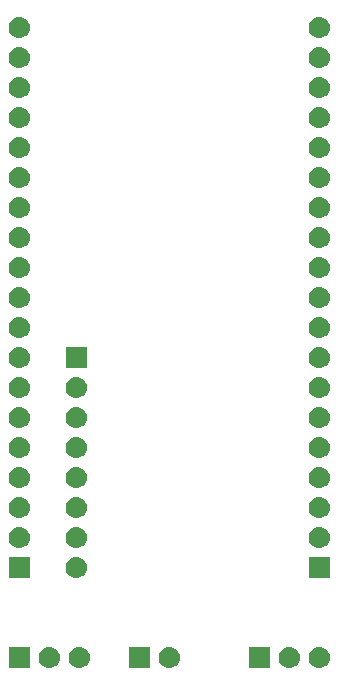
<source format=gbr>
G04 #@! TF.GenerationSoftware,KiCad,Pcbnew,(5.1.4)-1*
G04 #@! TF.CreationDate,2019-11-28T20:23:01+01:00*
G04 #@! TF.ProjectId,zillo-mini-devkit,7a696c6c-6f2d-46d6-996e-692d6465766b,rev?*
G04 #@! TF.SameCoordinates,Original*
G04 #@! TF.FileFunction,Soldermask,Top*
G04 #@! TF.FilePolarity,Negative*
%FSLAX46Y46*%
G04 Gerber Fmt 4.6, Leading zero omitted, Abs format (unit mm)*
G04 Created by KiCad (PCBNEW (5.1.4)-1) date 2019-11-28 20:23:01*
%MOMM*%
%LPD*%
G04 APERTURE LIST*
%ADD10C,0.100000*%
G04 APERTURE END LIST*
D10*
G36*
X38210442Y-95625518D02*
G01*
X38276627Y-95632037D01*
X38446466Y-95683557D01*
X38602991Y-95767222D01*
X38638729Y-95796552D01*
X38740186Y-95879814D01*
X38823448Y-95981271D01*
X38852778Y-96017009D01*
X38936443Y-96173534D01*
X38987963Y-96343373D01*
X39005359Y-96520000D01*
X38987963Y-96696627D01*
X38936443Y-96866466D01*
X38852778Y-97022991D01*
X38823448Y-97058729D01*
X38740186Y-97160186D01*
X38638729Y-97243448D01*
X38602991Y-97272778D01*
X38446466Y-97356443D01*
X38276627Y-97407963D01*
X38210442Y-97414482D01*
X38144260Y-97421000D01*
X38055740Y-97421000D01*
X37989558Y-97414482D01*
X37923373Y-97407963D01*
X37753534Y-97356443D01*
X37597009Y-97272778D01*
X37561271Y-97243448D01*
X37459814Y-97160186D01*
X37376552Y-97058729D01*
X37347222Y-97022991D01*
X37263557Y-96866466D01*
X37212037Y-96696627D01*
X37194641Y-96520000D01*
X37212037Y-96343373D01*
X37263557Y-96173534D01*
X37347222Y-96017009D01*
X37376552Y-95981271D01*
X37459814Y-95879814D01*
X37561271Y-95796552D01*
X37597009Y-95767222D01*
X37753534Y-95683557D01*
X37923373Y-95632037D01*
X37989558Y-95625518D01*
X38055740Y-95619000D01*
X38144260Y-95619000D01*
X38210442Y-95625518D01*
X38210442Y-95625518D01*
G37*
G36*
X54241000Y-97421000D02*
G01*
X52439000Y-97421000D01*
X52439000Y-95619000D01*
X54241000Y-95619000D01*
X54241000Y-97421000D01*
X54241000Y-97421000D01*
G37*
G36*
X55990442Y-95625518D02*
G01*
X56056627Y-95632037D01*
X56226466Y-95683557D01*
X56382991Y-95767222D01*
X56418729Y-95796552D01*
X56520186Y-95879814D01*
X56603448Y-95981271D01*
X56632778Y-96017009D01*
X56716443Y-96173534D01*
X56767963Y-96343373D01*
X56785359Y-96520000D01*
X56767963Y-96696627D01*
X56716443Y-96866466D01*
X56632778Y-97022991D01*
X56603448Y-97058729D01*
X56520186Y-97160186D01*
X56418729Y-97243448D01*
X56382991Y-97272778D01*
X56226466Y-97356443D01*
X56056627Y-97407963D01*
X55990442Y-97414482D01*
X55924260Y-97421000D01*
X55835740Y-97421000D01*
X55769558Y-97414482D01*
X55703373Y-97407963D01*
X55533534Y-97356443D01*
X55377009Y-97272778D01*
X55341271Y-97243448D01*
X55239814Y-97160186D01*
X55156552Y-97058729D01*
X55127222Y-97022991D01*
X55043557Y-96866466D01*
X54992037Y-96696627D01*
X54974641Y-96520000D01*
X54992037Y-96343373D01*
X55043557Y-96173534D01*
X55127222Y-96017009D01*
X55156552Y-95981271D01*
X55239814Y-95879814D01*
X55341271Y-95796552D01*
X55377009Y-95767222D01*
X55533534Y-95683557D01*
X55703373Y-95632037D01*
X55769558Y-95625518D01*
X55835740Y-95619000D01*
X55924260Y-95619000D01*
X55990442Y-95625518D01*
X55990442Y-95625518D01*
G37*
G36*
X58530442Y-95625518D02*
G01*
X58596627Y-95632037D01*
X58766466Y-95683557D01*
X58922991Y-95767222D01*
X58958729Y-95796552D01*
X59060186Y-95879814D01*
X59143448Y-95981271D01*
X59172778Y-96017009D01*
X59256443Y-96173534D01*
X59307963Y-96343373D01*
X59325359Y-96520000D01*
X59307963Y-96696627D01*
X59256443Y-96866466D01*
X59172778Y-97022991D01*
X59143448Y-97058729D01*
X59060186Y-97160186D01*
X58958729Y-97243448D01*
X58922991Y-97272778D01*
X58766466Y-97356443D01*
X58596627Y-97407963D01*
X58530442Y-97414482D01*
X58464260Y-97421000D01*
X58375740Y-97421000D01*
X58309558Y-97414482D01*
X58243373Y-97407963D01*
X58073534Y-97356443D01*
X57917009Y-97272778D01*
X57881271Y-97243448D01*
X57779814Y-97160186D01*
X57696552Y-97058729D01*
X57667222Y-97022991D01*
X57583557Y-96866466D01*
X57532037Y-96696627D01*
X57514641Y-96520000D01*
X57532037Y-96343373D01*
X57583557Y-96173534D01*
X57667222Y-96017009D01*
X57696552Y-95981271D01*
X57779814Y-95879814D01*
X57881271Y-95796552D01*
X57917009Y-95767222D01*
X58073534Y-95683557D01*
X58243373Y-95632037D01*
X58309558Y-95625518D01*
X58375740Y-95619000D01*
X58464260Y-95619000D01*
X58530442Y-95625518D01*
X58530442Y-95625518D01*
G37*
G36*
X44081000Y-97421000D02*
G01*
X42279000Y-97421000D01*
X42279000Y-95619000D01*
X44081000Y-95619000D01*
X44081000Y-97421000D01*
X44081000Y-97421000D01*
G37*
G36*
X33921000Y-97421000D02*
G01*
X32119000Y-97421000D01*
X32119000Y-95619000D01*
X33921000Y-95619000D01*
X33921000Y-97421000D01*
X33921000Y-97421000D01*
G37*
G36*
X35670442Y-95625518D02*
G01*
X35736627Y-95632037D01*
X35906466Y-95683557D01*
X36062991Y-95767222D01*
X36098729Y-95796552D01*
X36200186Y-95879814D01*
X36283448Y-95981271D01*
X36312778Y-96017009D01*
X36396443Y-96173534D01*
X36447963Y-96343373D01*
X36465359Y-96520000D01*
X36447963Y-96696627D01*
X36396443Y-96866466D01*
X36312778Y-97022991D01*
X36283448Y-97058729D01*
X36200186Y-97160186D01*
X36098729Y-97243448D01*
X36062991Y-97272778D01*
X35906466Y-97356443D01*
X35736627Y-97407963D01*
X35670442Y-97414482D01*
X35604260Y-97421000D01*
X35515740Y-97421000D01*
X35449558Y-97414482D01*
X35383373Y-97407963D01*
X35213534Y-97356443D01*
X35057009Y-97272778D01*
X35021271Y-97243448D01*
X34919814Y-97160186D01*
X34836552Y-97058729D01*
X34807222Y-97022991D01*
X34723557Y-96866466D01*
X34672037Y-96696627D01*
X34654641Y-96520000D01*
X34672037Y-96343373D01*
X34723557Y-96173534D01*
X34807222Y-96017009D01*
X34836552Y-95981271D01*
X34919814Y-95879814D01*
X35021271Y-95796552D01*
X35057009Y-95767222D01*
X35213534Y-95683557D01*
X35383373Y-95632037D01*
X35449558Y-95625518D01*
X35515740Y-95619000D01*
X35604260Y-95619000D01*
X35670442Y-95625518D01*
X35670442Y-95625518D01*
G37*
G36*
X45830442Y-95625518D02*
G01*
X45896627Y-95632037D01*
X46066466Y-95683557D01*
X46222991Y-95767222D01*
X46258729Y-95796552D01*
X46360186Y-95879814D01*
X46443448Y-95981271D01*
X46472778Y-96017009D01*
X46556443Y-96173534D01*
X46607963Y-96343373D01*
X46625359Y-96520000D01*
X46607963Y-96696627D01*
X46556443Y-96866466D01*
X46472778Y-97022991D01*
X46443448Y-97058729D01*
X46360186Y-97160186D01*
X46258729Y-97243448D01*
X46222991Y-97272778D01*
X46066466Y-97356443D01*
X45896627Y-97407963D01*
X45830442Y-97414482D01*
X45764260Y-97421000D01*
X45675740Y-97421000D01*
X45609558Y-97414482D01*
X45543373Y-97407963D01*
X45373534Y-97356443D01*
X45217009Y-97272778D01*
X45181271Y-97243448D01*
X45079814Y-97160186D01*
X44996552Y-97058729D01*
X44967222Y-97022991D01*
X44883557Y-96866466D01*
X44832037Y-96696627D01*
X44814641Y-96520000D01*
X44832037Y-96343373D01*
X44883557Y-96173534D01*
X44967222Y-96017009D01*
X44996552Y-95981271D01*
X45079814Y-95879814D01*
X45181271Y-95796552D01*
X45217009Y-95767222D01*
X45373534Y-95683557D01*
X45543373Y-95632037D01*
X45609558Y-95625518D01*
X45675740Y-95619000D01*
X45764260Y-95619000D01*
X45830442Y-95625518D01*
X45830442Y-95625518D01*
G37*
G36*
X33921000Y-89801000D02*
G01*
X32119000Y-89801000D01*
X32119000Y-87999000D01*
X33921000Y-87999000D01*
X33921000Y-89801000D01*
X33921000Y-89801000D01*
G37*
G36*
X59321000Y-89801000D02*
G01*
X57519000Y-89801000D01*
X57519000Y-87999000D01*
X59321000Y-87999000D01*
X59321000Y-89801000D01*
X59321000Y-89801000D01*
G37*
G36*
X37956443Y-88005519D02*
G01*
X38022627Y-88012037D01*
X38192466Y-88063557D01*
X38348991Y-88147222D01*
X38384729Y-88176552D01*
X38486186Y-88259814D01*
X38569448Y-88361271D01*
X38598778Y-88397009D01*
X38682443Y-88553534D01*
X38733963Y-88723373D01*
X38751359Y-88900000D01*
X38733963Y-89076627D01*
X38682443Y-89246466D01*
X38598778Y-89402991D01*
X38569448Y-89438729D01*
X38486186Y-89540186D01*
X38384729Y-89623448D01*
X38348991Y-89652778D01*
X38192466Y-89736443D01*
X38022627Y-89787963D01*
X37956443Y-89794481D01*
X37890260Y-89801000D01*
X37801740Y-89801000D01*
X37735557Y-89794481D01*
X37669373Y-89787963D01*
X37499534Y-89736443D01*
X37343009Y-89652778D01*
X37307271Y-89623448D01*
X37205814Y-89540186D01*
X37122552Y-89438729D01*
X37093222Y-89402991D01*
X37009557Y-89246466D01*
X36958037Y-89076627D01*
X36940641Y-88900000D01*
X36958037Y-88723373D01*
X37009557Y-88553534D01*
X37093222Y-88397009D01*
X37122552Y-88361271D01*
X37205814Y-88259814D01*
X37307271Y-88176552D01*
X37343009Y-88147222D01*
X37499534Y-88063557D01*
X37669373Y-88012037D01*
X37735557Y-88005519D01*
X37801740Y-87999000D01*
X37890260Y-87999000D01*
X37956443Y-88005519D01*
X37956443Y-88005519D01*
G37*
G36*
X58530442Y-85465518D02*
G01*
X58596627Y-85472037D01*
X58766466Y-85523557D01*
X58922991Y-85607222D01*
X58958729Y-85636552D01*
X59060186Y-85719814D01*
X59143448Y-85821271D01*
X59172778Y-85857009D01*
X59256443Y-86013534D01*
X59307963Y-86183373D01*
X59325359Y-86360000D01*
X59307963Y-86536627D01*
X59256443Y-86706466D01*
X59172778Y-86862991D01*
X59143448Y-86898729D01*
X59060186Y-87000186D01*
X58958729Y-87083448D01*
X58922991Y-87112778D01*
X58766466Y-87196443D01*
X58596627Y-87247963D01*
X58530442Y-87254482D01*
X58464260Y-87261000D01*
X58375740Y-87261000D01*
X58309558Y-87254482D01*
X58243373Y-87247963D01*
X58073534Y-87196443D01*
X57917009Y-87112778D01*
X57881271Y-87083448D01*
X57779814Y-87000186D01*
X57696552Y-86898729D01*
X57667222Y-86862991D01*
X57583557Y-86706466D01*
X57532037Y-86536627D01*
X57514641Y-86360000D01*
X57532037Y-86183373D01*
X57583557Y-86013534D01*
X57667222Y-85857009D01*
X57696552Y-85821271D01*
X57779814Y-85719814D01*
X57881271Y-85636552D01*
X57917009Y-85607222D01*
X58073534Y-85523557D01*
X58243373Y-85472037D01*
X58309558Y-85465518D01*
X58375740Y-85459000D01*
X58464260Y-85459000D01*
X58530442Y-85465518D01*
X58530442Y-85465518D01*
G37*
G36*
X37956442Y-85465518D02*
G01*
X38022627Y-85472037D01*
X38192466Y-85523557D01*
X38348991Y-85607222D01*
X38384729Y-85636552D01*
X38486186Y-85719814D01*
X38569448Y-85821271D01*
X38598778Y-85857009D01*
X38682443Y-86013534D01*
X38733963Y-86183373D01*
X38751359Y-86360000D01*
X38733963Y-86536627D01*
X38682443Y-86706466D01*
X38598778Y-86862991D01*
X38569448Y-86898729D01*
X38486186Y-87000186D01*
X38384729Y-87083448D01*
X38348991Y-87112778D01*
X38192466Y-87196443D01*
X38022627Y-87247963D01*
X37956442Y-87254482D01*
X37890260Y-87261000D01*
X37801740Y-87261000D01*
X37735558Y-87254482D01*
X37669373Y-87247963D01*
X37499534Y-87196443D01*
X37343009Y-87112778D01*
X37307271Y-87083448D01*
X37205814Y-87000186D01*
X37122552Y-86898729D01*
X37093222Y-86862991D01*
X37009557Y-86706466D01*
X36958037Y-86536627D01*
X36940641Y-86360000D01*
X36958037Y-86183373D01*
X37009557Y-86013534D01*
X37093222Y-85857009D01*
X37122552Y-85821271D01*
X37205814Y-85719814D01*
X37307271Y-85636552D01*
X37343009Y-85607222D01*
X37499534Y-85523557D01*
X37669373Y-85472037D01*
X37735558Y-85465518D01*
X37801740Y-85459000D01*
X37890260Y-85459000D01*
X37956442Y-85465518D01*
X37956442Y-85465518D01*
G37*
G36*
X33130442Y-85465518D02*
G01*
X33196627Y-85472037D01*
X33366466Y-85523557D01*
X33522991Y-85607222D01*
X33558729Y-85636552D01*
X33660186Y-85719814D01*
X33743448Y-85821271D01*
X33772778Y-85857009D01*
X33856443Y-86013534D01*
X33907963Y-86183373D01*
X33925359Y-86360000D01*
X33907963Y-86536627D01*
X33856443Y-86706466D01*
X33772778Y-86862991D01*
X33743448Y-86898729D01*
X33660186Y-87000186D01*
X33558729Y-87083448D01*
X33522991Y-87112778D01*
X33366466Y-87196443D01*
X33196627Y-87247963D01*
X33130442Y-87254482D01*
X33064260Y-87261000D01*
X32975740Y-87261000D01*
X32909558Y-87254482D01*
X32843373Y-87247963D01*
X32673534Y-87196443D01*
X32517009Y-87112778D01*
X32481271Y-87083448D01*
X32379814Y-87000186D01*
X32296552Y-86898729D01*
X32267222Y-86862991D01*
X32183557Y-86706466D01*
X32132037Y-86536627D01*
X32114641Y-86360000D01*
X32132037Y-86183373D01*
X32183557Y-86013534D01*
X32267222Y-85857009D01*
X32296552Y-85821271D01*
X32379814Y-85719814D01*
X32481271Y-85636552D01*
X32517009Y-85607222D01*
X32673534Y-85523557D01*
X32843373Y-85472037D01*
X32909558Y-85465518D01*
X32975740Y-85459000D01*
X33064260Y-85459000D01*
X33130442Y-85465518D01*
X33130442Y-85465518D01*
G37*
G36*
X58530443Y-82925519D02*
G01*
X58596627Y-82932037D01*
X58766466Y-82983557D01*
X58922991Y-83067222D01*
X58958729Y-83096552D01*
X59060186Y-83179814D01*
X59143448Y-83281271D01*
X59172778Y-83317009D01*
X59256443Y-83473534D01*
X59307963Y-83643373D01*
X59325359Y-83820000D01*
X59307963Y-83996627D01*
X59256443Y-84166466D01*
X59172778Y-84322991D01*
X59143448Y-84358729D01*
X59060186Y-84460186D01*
X58958729Y-84543448D01*
X58922991Y-84572778D01*
X58766466Y-84656443D01*
X58596627Y-84707963D01*
X58530443Y-84714481D01*
X58464260Y-84721000D01*
X58375740Y-84721000D01*
X58309557Y-84714481D01*
X58243373Y-84707963D01*
X58073534Y-84656443D01*
X57917009Y-84572778D01*
X57881271Y-84543448D01*
X57779814Y-84460186D01*
X57696552Y-84358729D01*
X57667222Y-84322991D01*
X57583557Y-84166466D01*
X57532037Y-83996627D01*
X57514641Y-83820000D01*
X57532037Y-83643373D01*
X57583557Y-83473534D01*
X57667222Y-83317009D01*
X57696552Y-83281271D01*
X57779814Y-83179814D01*
X57881271Y-83096552D01*
X57917009Y-83067222D01*
X58073534Y-82983557D01*
X58243373Y-82932037D01*
X58309557Y-82925519D01*
X58375740Y-82919000D01*
X58464260Y-82919000D01*
X58530443Y-82925519D01*
X58530443Y-82925519D01*
G37*
G36*
X33130443Y-82925519D02*
G01*
X33196627Y-82932037D01*
X33366466Y-82983557D01*
X33522991Y-83067222D01*
X33558729Y-83096552D01*
X33660186Y-83179814D01*
X33743448Y-83281271D01*
X33772778Y-83317009D01*
X33856443Y-83473534D01*
X33907963Y-83643373D01*
X33925359Y-83820000D01*
X33907963Y-83996627D01*
X33856443Y-84166466D01*
X33772778Y-84322991D01*
X33743448Y-84358729D01*
X33660186Y-84460186D01*
X33558729Y-84543448D01*
X33522991Y-84572778D01*
X33366466Y-84656443D01*
X33196627Y-84707963D01*
X33130443Y-84714481D01*
X33064260Y-84721000D01*
X32975740Y-84721000D01*
X32909557Y-84714481D01*
X32843373Y-84707963D01*
X32673534Y-84656443D01*
X32517009Y-84572778D01*
X32481271Y-84543448D01*
X32379814Y-84460186D01*
X32296552Y-84358729D01*
X32267222Y-84322991D01*
X32183557Y-84166466D01*
X32132037Y-83996627D01*
X32114641Y-83820000D01*
X32132037Y-83643373D01*
X32183557Y-83473534D01*
X32267222Y-83317009D01*
X32296552Y-83281271D01*
X32379814Y-83179814D01*
X32481271Y-83096552D01*
X32517009Y-83067222D01*
X32673534Y-82983557D01*
X32843373Y-82932037D01*
X32909557Y-82925519D01*
X32975740Y-82919000D01*
X33064260Y-82919000D01*
X33130443Y-82925519D01*
X33130443Y-82925519D01*
G37*
G36*
X37956443Y-82925519D02*
G01*
X38022627Y-82932037D01*
X38192466Y-82983557D01*
X38348991Y-83067222D01*
X38384729Y-83096552D01*
X38486186Y-83179814D01*
X38569448Y-83281271D01*
X38598778Y-83317009D01*
X38682443Y-83473534D01*
X38733963Y-83643373D01*
X38751359Y-83820000D01*
X38733963Y-83996627D01*
X38682443Y-84166466D01*
X38598778Y-84322991D01*
X38569448Y-84358729D01*
X38486186Y-84460186D01*
X38384729Y-84543448D01*
X38348991Y-84572778D01*
X38192466Y-84656443D01*
X38022627Y-84707963D01*
X37956443Y-84714481D01*
X37890260Y-84721000D01*
X37801740Y-84721000D01*
X37735557Y-84714481D01*
X37669373Y-84707963D01*
X37499534Y-84656443D01*
X37343009Y-84572778D01*
X37307271Y-84543448D01*
X37205814Y-84460186D01*
X37122552Y-84358729D01*
X37093222Y-84322991D01*
X37009557Y-84166466D01*
X36958037Y-83996627D01*
X36940641Y-83820000D01*
X36958037Y-83643373D01*
X37009557Y-83473534D01*
X37093222Y-83317009D01*
X37122552Y-83281271D01*
X37205814Y-83179814D01*
X37307271Y-83096552D01*
X37343009Y-83067222D01*
X37499534Y-82983557D01*
X37669373Y-82932037D01*
X37735557Y-82925519D01*
X37801740Y-82919000D01*
X37890260Y-82919000D01*
X37956443Y-82925519D01*
X37956443Y-82925519D01*
G37*
G36*
X58530442Y-80385518D02*
G01*
X58596627Y-80392037D01*
X58766466Y-80443557D01*
X58922991Y-80527222D01*
X58958729Y-80556552D01*
X59060186Y-80639814D01*
X59143448Y-80741271D01*
X59172778Y-80777009D01*
X59256443Y-80933534D01*
X59307963Y-81103373D01*
X59325359Y-81280000D01*
X59307963Y-81456627D01*
X59256443Y-81626466D01*
X59172778Y-81782991D01*
X59143448Y-81818729D01*
X59060186Y-81920186D01*
X58958729Y-82003448D01*
X58922991Y-82032778D01*
X58766466Y-82116443D01*
X58596627Y-82167963D01*
X58530443Y-82174481D01*
X58464260Y-82181000D01*
X58375740Y-82181000D01*
X58309557Y-82174481D01*
X58243373Y-82167963D01*
X58073534Y-82116443D01*
X57917009Y-82032778D01*
X57881271Y-82003448D01*
X57779814Y-81920186D01*
X57696552Y-81818729D01*
X57667222Y-81782991D01*
X57583557Y-81626466D01*
X57532037Y-81456627D01*
X57514641Y-81280000D01*
X57532037Y-81103373D01*
X57583557Y-80933534D01*
X57667222Y-80777009D01*
X57696552Y-80741271D01*
X57779814Y-80639814D01*
X57881271Y-80556552D01*
X57917009Y-80527222D01*
X58073534Y-80443557D01*
X58243373Y-80392037D01*
X58309558Y-80385518D01*
X58375740Y-80379000D01*
X58464260Y-80379000D01*
X58530442Y-80385518D01*
X58530442Y-80385518D01*
G37*
G36*
X33130442Y-80385518D02*
G01*
X33196627Y-80392037D01*
X33366466Y-80443557D01*
X33522991Y-80527222D01*
X33558729Y-80556552D01*
X33660186Y-80639814D01*
X33743448Y-80741271D01*
X33772778Y-80777009D01*
X33856443Y-80933534D01*
X33907963Y-81103373D01*
X33925359Y-81280000D01*
X33907963Y-81456627D01*
X33856443Y-81626466D01*
X33772778Y-81782991D01*
X33743448Y-81818729D01*
X33660186Y-81920186D01*
X33558729Y-82003448D01*
X33522991Y-82032778D01*
X33366466Y-82116443D01*
X33196627Y-82167963D01*
X33130443Y-82174481D01*
X33064260Y-82181000D01*
X32975740Y-82181000D01*
X32909557Y-82174481D01*
X32843373Y-82167963D01*
X32673534Y-82116443D01*
X32517009Y-82032778D01*
X32481271Y-82003448D01*
X32379814Y-81920186D01*
X32296552Y-81818729D01*
X32267222Y-81782991D01*
X32183557Y-81626466D01*
X32132037Y-81456627D01*
X32114641Y-81280000D01*
X32132037Y-81103373D01*
X32183557Y-80933534D01*
X32267222Y-80777009D01*
X32296552Y-80741271D01*
X32379814Y-80639814D01*
X32481271Y-80556552D01*
X32517009Y-80527222D01*
X32673534Y-80443557D01*
X32843373Y-80392037D01*
X32909558Y-80385518D01*
X32975740Y-80379000D01*
X33064260Y-80379000D01*
X33130442Y-80385518D01*
X33130442Y-80385518D01*
G37*
G36*
X37956442Y-80385518D02*
G01*
X38022627Y-80392037D01*
X38192466Y-80443557D01*
X38348991Y-80527222D01*
X38384729Y-80556552D01*
X38486186Y-80639814D01*
X38569448Y-80741271D01*
X38598778Y-80777009D01*
X38682443Y-80933534D01*
X38733963Y-81103373D01*
X38751359Y-81280000D01*
X38733963Y-81456627D01*
X38682443Y-81626466D01*
X38598778Y-81782991D01*
X38569448Y-81818729D01*
X38486186Y-81920186D01*
X38384729Y-82003448D01*
X38348991Y-82032778D01*
X38192466Y-82116443D01*
X38022627Y-82167963D01*
X37956443Y-82174481D01*
X37890260Y-82181000D01*
X37801740Y-82181000D01*
X37735557Y-82174481D01*
X37669373Y-82167963D01*
X37499534Y-82116443D01*
X37343009Y-82032778D01*
X37307271Y-82003448D01*
X37205814Y-81920186D01*
X37122552Y-81818729D01*
X37093222Y-81782991D01*
X37009557Y-81626466D01*
X36958037Y-81456627D01*
X36940641Y-81280000D01*
X36958037Y-81103373D01*
X37009557Y-80933534D01*
X37093222Y-80777009D01*
X37122552Y-80741271D01*
X37205814Y-80639814D01*
X37307271Y-80556552D01*
X37343009Y-80527222D01*
X37499534Y-80443557D01*
X37669373Y-80392037D01*
X37735558Y-80385518D01*
X37801740Y-80379000D01*
X37890260Y-80379000D01*
X37956442Y-80385518D01*
X37956442Y-80385518D01*
G37*
G36*
X33130443Y-77845519D02*
G01*
X33196627Y-77852037D01*
X33366466Y-77903557D01*
X33522991Y-77987222D01*
X33558729Y-78016552D01*
X33660186Y-78099814D01*
X33743448Y-78201271D01*
X33772778Y-78237009D01*
X33856443Y-78393534D01*
X33907963Y-78563373D01*
X33925359Y-78740000D01*
X33907963Y-78916627D01*
X33856443Y-79086466D01*
X33772778Y-79242991D01*
X33743448Y-79278729D01*
X33660186Y-79380186D01*
X33558729Y-79463448D01*
X33522991Y-79492778D01*
X33366466Y-79576443D01*
X33196627Y-79627963D01*
X33130442Y-79634482D01*
X33064260Y-79641000D01*
X32975740Y-79641000D01*
X32909558Y-79634482D01*
X32843373Y-79627963D01*
X32673534Y-79576443D01*
X32517009Y-79492778D01*
X32481271Y-79463448D01*
X32379814Y-79380186D01*
X32296552Y-79278729D01*
X32267222Y-79242991D01*
X32183557Y-79086466D01*
X32132037Y-78916627D01*
X32114641Y-78740000D01*
X32132037Y-78563373D01*
X32183557Y-78393534D01*
X32267222Y-78237009D01*
X32296552Y-78201271D01*
X32379814Y-78099814D01*
X32481271Y-78016552D01*
X32517009Y-77987222D01*
X32673534Y-77903557D01*
X32843373Y-77852037D01*
X32909557Y-77845519D01*
X32975740Y-77839000D01*
X33064260Y-77839000D01*
X33130443Y-77845519D01*
X33130443Y-77845519D01*
G37*
G36*
X58530443Y-77845519D02*
G01*
X58596627Y-77852037D01*
X58766466Y-77903557D01*
X58922991Y-77987222D01*
X58958729Y-78016552D01*
X59060186Y-78099814D01*
X59143448Y-78201271D01*
X59172778Y-78237009D01*
X59256443Y-78393534D01*
X59307963Y-78563373D01*
X59325359Y-78740000D01*
X59307963Y-78916627D01*
X59256443Y-79086466D01*
X59172778Y-79242991D01*
X59143448Y-79278729D01*
X59060186Y-79380186D01*
X58958729Y-79463448D01*
X58922991Y-79492778D01*
X58766466Y-79576443D01*
X58596627Y-79627963D01*
X58530442Y-79634482D01*
X58464260Y-79641000D01*
X58375740Y-79641000D01*
X58309558Y-79634482D01*
X58243373Y-79627963D01*
X58073534Y-79576443D01*
X57917009Y-79492778D01*
X57881271Y-79463448D01*
X57779814Y-79380186D01*
X57696552Y-79278729D01*
X57667222Y-79242991D01*
X57583557Y-79086466D01*
X57532037Y-78916627D01*
X57514641Y-78740000D01*
X57532037Y-78563373D01*
X57583557Y-78393534D01*
X57667222Y-78237009D01*
X57696552Y-78201271D01*
X57779814Y-78099814D01*
X57881271Y-78016552D01*
X57917009Y-77987222D01*
X58073534Y-77903557D01*
X58243373Y-77852037D01*
X58309557Y-77845519D01*
X58375740Y-77839000D01*
X58464260Y-77839000D01*
X58530443Y-77845519D01*
X58530443Y-77845519D01*
G37*
G36*
X37956443Y-77845519D02*
G01*
X38022627Y-77852037D01*
X38192466Y-77903557D01*
X38348991Y-77987222D01*
X38384729Y-78016552D01*
X38486186Y-78099814D01*
X38569448Y-78201271D01*
X38598778Y-78237009D01*
X38682443Y-78393534D01*
X38733963Y-78563373D01*
X38751359Y-78740000D01*
X38733963Y-78916627D01*
X38682443Y-79086466D01*
X38598778Y-79242991D01*
X38569448Y-79278729D01*
X38486186Y-79380186D01*
X38384729Y-79463448D01*
X38348991Y-79492778D01*
X38192466Y-79576443D01*
X38022627Y-79627963D01*
X37956442Y-79634482D01*
X37890260Y-79641000D01*
X37801740Y-79641000D01*
X37735558Y-79634482D01*
X37669373Y-79627963D01*
X37499534Y-79576443D01*
X37343009Y-79492778D01*
X37307271Y-79463448D01*
X37205814Y-79380186D01*
X37122552Y-79278729D01*
X37093222Y-79242991D01*
X37009557Y-79086466D01*
X36958037Y-78916627D01*
X36940641Y-78740000D01*
X36958037Y-78563373D01*
X37009557Y-78393534D01*
X37093222Y-78237009D01*
X37122552Y-78201271D01*
X37205814Y-78099814D01*
X37307271Y-78016552D01*
X37343009Y-77987222D01*
X37499534Y-77903557D01*
X37669373Y-77852037D01*
X37735557Y-77845519D01*
X37801740Y-77839000D01*
X37890260Y-77839000D01*
X37956443Y-77845519D01*
X37956443Y-77845519D01*
G37*
G36*
X58530442Y-75305518D02*
G01*
X58596627Y-75312037D01*
X58766466Y-75363557D01*
X58922991Y-75447222D01*
X58958729Y-75476552D01*
X59060186Y-75559814D01*
X59143448Y-75661271D01*
X59172778Y-75697009D01*
X59256443Y-75853534D01*
X59307963Y-76023373D01*
X59325359Y-76200000D01*
X59307963Y-76376627D01*
X59256443Y-76546466D01*
X59172778Y-76702991D01*
X59143448Y-76738729D01*
X59060186Y-76840186D01*
X58958729Y-76923448D01*
X58922991Y-76952778D01*
X58766466Y-77036443D01*
X58596627Y-77087963D01*
X58530442Y-77094482D01*
X58464260Y-77101000D01*
X58375740Y-77101000D01*
X58309558Y-77094482D01*
X58243373Y-77087963D01*
X58073534Y-77036443D01*
X57917009Y-76952778D01*
X57881271Y-76923448D01*
X57779814Y-76840186D01*
X57696552Y-76738729D01*
X57667222Y-76702991D01*
X57583557Y-76546466D01*
X57532037Y-76376627D01*
X57514641Y-76200000D01*
X57532037Y-76023373D01*
X57583557Y-75853534D01*
X57667222Y-75697009D01*
X57696552Y-75661271D01*
X57779814Y-75559814D01*
X57881271Y-75476552D01*
X57917009Y-75447222D01*
X58073534Y-75363557D01*
X58243373Y-75312037D01*
X58309558Y-75305518D01*
X58375740Y-75299000D01*
X58464260Y-75299000D01*
X58530442Y-75305518D01*
X58530442Y-75305518D01*
G37*
G36*
X33130442Y-75305518D02*
G01*
X33196627Y-75312037D01*
X33366466Y-75363557D01*
X33522991Y-75447222D01*
X33558729Y-75476552D01*
X33660186Y-75559814D01*
X33743448Y-75661271D01*
X33772778Y-75697009D01*
X33856443Y-75853534D01*
X33907963Y-76023373D01*
X33925359Y-76200000D01*
X33907963Y-76376627D01*
X33856443Y-76546466D01*
X33772778Y-76702991D01*
X33743448Y-76738729D01*
X33660186Y-76840186D01*
X33558729Y-76923448D01*
X33522991Y-76952778D01*
X33366466Y-77036443D01*
X33196627Y-77087963D01*
X33130442Y-77094482D01*
X33064260Y-77101000D01*
X32975740Y-77101000D01*
X32909558Y-77094482D01*
X32843373Y-77087963D01*
X32673534Y-77036443D01*
X32517009Y-76952778D01*
X32481271Y-76923448D01*
X32379814Y-76840186D01*
X32296552Y-76738729D01*
X32267222Y-76702991D01*
X32183557Y-76546466D01*
X32132037Y-76376627D01*
X32114641Y-76200000D01*
X32132037Y-76023373D01*
X32183557Y-75853534D01*
X32267222Y-75697009D01*
X32296552Y-75661271D01*
X32379814Y-75559814D01*
X32481271Y-75476552D01*
X32517009Y-75447222D01*
X32673534Y-75363557D01*
X32843373Y-75312037D01*
X32909558Y-75305518D01*
X32975740Y-75299000D01*
X33064260Y-75299000D01*
X33130442Y-75305518D01*
X33130442Y-75305518D01*
G37*
G36*
X37956442Y-75305518D02*
G01*
X38022627Y-75312037D01*
X38192466Y-75363557D01*
X38348991Y-75447222D01*
X38384729Y-75476552D01*
X38486186Y-75559814D01*
X38569448Y-75661271D01*
X38598778Y-75697009D01*
X38682443Y-75853534D01*
X38733963Y-76023373D01*
X38751359Y-76200000D01*
X38733963Y-76376627D01*
X38682443Y-76546466D01*
X38598778Y-76702991D01*
X38569448Y-76738729D01*
X38486186Y-76840186D01*
X38384729Y-76923448D01*
X38348991Y-76952778D01*
X38192466Y-77036443D01*
X38022627Y-77087963D01*
X37956442Y-77094482D01*
X37890260Y-77101000D01*
X37801740Y-77101000D01*
X37735558Y-77094482D01*
X37669373Y-77087963D01*
X37499534Y-77036443D01*
X37343009Y-76952778D01*
X37307271Y-76923448D01*
X37205814Y-76840186D01*
X37122552Y-76738729D01*
X37093222Y-76702991D01*
X37009557Y-76546466D01*
X36958037Y-76376627D01*
X36940641Y-76200000D01*
X36958037Y-76023373D01*
X37009557Y-75853534D01*
X37093222Y-75697009D01*
X37122552Y-75661271D01*
X37205814Y-75559814D01*
X37307271Y-75476552D01*
X37343009Y-75447222D01*
X37499534Y-75363557D01*
X37669373Y-75312037D01*
X37735558Y-75305518D01*
X37801740Y-75299000D01*
X37890260Y-75299000D01*
X37956442Y-75305518D01*
X37956442Y-75305518D01*
G37*
G36*
X37956442Y-72765518D02*
G01*
X38022627Y-72772037D01*
X38192466Y-72823557D01*
X38348991Y-72907222D01*
X38384729Y-72936552D01*
X38486186Y-73019814D01*
X38569448Y-73121271D01*
X38598778Y-73157009D01*
X38682443Y-73313534D01*
X38733963Y-73483373D01*
X38751359Y-73660000D01*
X38733963Y-73836627D01*
X38682443Y-74006466D01*
X38598778Y-74162991D01*
X38569448Y-74198729D01*
X38486186Y-74300186D01*
X38384729Y-74383448D01*
X38348991Y-74412778D01*
X38192466Y-74496443D01*
X38022627Y-74547963D01*
X37956442Y-74554482D01*
X37890260Y-74561000D01*
X37801740Y-74561000D01*
X37735558Y-74554482D01*
X37669373Y-74547963D01*
X37499534Y-74496443D01*
X37343009Y-74412778D01*
X37307271Y-74383448D01*
X37205814Y-74300186D01*
X37122552Y-74198729D01*
X37093222Y-74162991D01*
X37009557Y-74006466D01*
X36958037Y-73836627D01*
X36940641Y-73660000D01*
X36958037Y-73483373D01*
X37009557Y-73313534D01*
X37093222Y-73157009D01*
X37122552Y-73121271D01*
X37205814Y-73019814D01*
X37307271Y-72936552D01*
X37343009Y-72907222D01*
X37499534Y-72823557D01*
X37669373Y-72772037D01*
X37735558Y-72765518D01*
X37801740Y-72759000D01*
X37890260Y-72759000D01*
X37956442Y-72765518D01*
X37956442Y-72765518D01*
G37*
G36*
X58530442Y-72765518D02*
G01*
X58596627Y-72772037D01*
X58766466Y-72823557D01*
X58922991Y-72907222D01*
X58958729Y-72936552D01*
X59060186Y-73019814D01*
X59143448Y-73121271D01*
X59172778Y-73157009D01*
X59256443Y-73313534D01*
X59307963Y-73483373D01*
X59325359Y-73660000D01*
X59307963Y-73836627D01*
X59256443Y-74006466D01*
X59172778Y-74162991D01*
X59143448Y-74198729D01*
X59060186Y-74300186D01*
X58958729Y-74383448D01*
X58922991Y-74412778D01*
X58766466Y-74496443D01*
X58596627Y-74547963D01*
X58530442Y-74554482D01*
X58464260Y-74561000D01*
X58375740Y-74561000D01*
X58309558Y-74554482D01*
X58243373Y-74547963D01*
X58073534Y-74496443D01*
X57917009Y-74412778D01*
X57881271Y-74383448D01*
X57779814Y-74300186D01*
X57696552Y-74198729D01*
X57667222Y-74162991D01*
X57583557Y-74006466D01*
X57532037Y-73836627D01*
X57514641Y-73660000D01*
X57532037Y-73483373D01*
X57583557Y-73313534D01*
X57667222Y-73157009D01*
X57696552Y-73121271D01*
X57779814Y-73019814D01*
X57881271Y-72936552D01*
X57917009Y-72907222D01*
X58073534Y-72823557D01*
X58243373Y-72772037D01*
X58309558Y-72765518D01*
X58375740Y-72759000D01*
X58464260Y-72759000D01*
X58530442Y-72765518D01*
X58530442Y-72765518D01*
G37*
G36*
X33130442Y-72765518D02*
G01*
X33196627Y-72772037D01*
X33366466Y-72823557D01*
X33522991Y-72907222D01*
X33558729Y-72936552D01*
X33660186Y-73019814D01*
X33743448Y-73121271D01*
X33772778Y-73157009D01*
X33856443Y-73313534D01*
X33907963Y-73483373D01*
X33925359Y-73660000D01*
X33907963Y-73836627D01*
X33856443Y-74006466D01*
X33772778Y-74162991D01*
X33743448Y-74198729D01*
X33660186Y-74300186D01*
X33558729Y-74383448D01*
X33522991Y-74412778D01*
X33366466Y-74496443D01*
X33196627Y-74547963D01*
X33130442Y-74554482D01*
X33064260Y-74561000D01*
X32975740Y-74561000D01*
X32909558Y-74554482D01*
X32843373Y-74547963D01*
X32673534Y-74496443D01*
X32517009Y-74412778D01*
X32481271Y-74383448D01*
X32379814Y-74300186D01*
X32296552Y-74198729D01*
X32267222Y-74162991D01*
X32183557Y-74006466D01*
X32132037Y-73836627D01*
X32114641Y-73660000D01*
X32132037Y-73483373D01*
X32183557Y-73313534D01*
X32267222Y-73157009D01*
X32296552Y-73121271D01*
X32379814Y-73019814D01*
X32481271Y-72936552D01*
X32517009Y-72907222D01*
X32673534Y-72823557D01*
X32843373Y-72772037D01*
X32909558Y-72765518D01*
X32975740Y-72759000D01*
X33064260Y-72759000D01*
X33130442Y-72765518D01*
X33130442Y-72765518D01*
G37*
G36*
X38747000Y-72021000D02*
G01*
X36945000Y-72021000D01*
X36945000Y-70219000D01*
X38747000Y-70219000D01*
X38747000Y-72021000D01*
X38747000Y-72021000D01*
G37*
G36*
X58530442Y-70225518D02*
G01*
X58596627Y-70232037D01*
X58766466Y-70283557D01*
X58922991Y-70367222D01*
X58958729Y-70396552D01*
X59060186Y-70479814D01*
X59143448Y-70581271D01*
X59172778Y-70617009D01*
X59256443Y-70773534D01*
X59307963Y-70943373D01*
X59325359Y-71120000D01*
X59307963Y-71296627D01*
X59256443Y-71466466D01*
X59172778Y-71622991D01*
X59143448Y-71658729D01*
X59060186Y-71760186D01*
X58958729Y-71843448D01*
X58922991Y-71872778D01*
X58766466Y-71956443D01*
X58596627Y-72007963D01*
X58530443Y-72014481D01*
X58464260Y-72021000D01*
X58375740Y-72021000D01*
X58309557Y-72014481D01*
X58243373Y-72007963D01*
X58073534Y-71956443D01*
X57917009Y-71872778D01*
X57881271Y-71843448D01*
X57779814Y-71760186D01*
X57696552Y-71658729D01*
X57667222Y-71622991D01*
X57583557Y-71466466D01*
X57532037Y-71296627D01*
X57514641Y-71120000D01*
X57532037Y-70943373D01*
X57583557Y-70773534D01*
X57667222Y-70617009D01*
X57696552Y-70581271D01*
X57779814Y-70479814D01*
X57881271Y-70396552D01*
X57917009Y-70367222D01*
X58073534Y-70283557D01*
X58243373Y-70232037D01*
X58309558Y-70225518D01*
X58375740Y-70219000D01*
X58464260Y-70219000D01*
X58530442Y-70225518D01*
X58530442Y-70225518D01*
G37*
G36*
X33130442Y-70225518D02*
G01*
X33196627Y-70232037D01*
X33366466Y-70283557D01*
X33522991Y-70367222D01*
X33558729Y-70396552D01*
X33660186Y-70479814D01*
X33743448Y-70581271D01*
X33772778Y-70617009D01*
X33856443Y-70773534D01*
X33907963Y-70943373D01*
X33925359Y-71120000D01*
X33907963Y-71296627D01*
X33856443Y-71466466D01*
X33772778Y-71622991D01*
X33743448Y-71658729D01*
X33660186Y-71760186D01*
X33558729Y-71843448D01*
X33522991Y-71872778D01*
X33366466Y-71956443D01*
X33196627Y-72007963D01*
X33130443Y-72014481D01*
X33064260Y-72021000D01*
X32975740Y-72021000D01*
X32909557Y-72014481D01*
X32843373Y-72007963D01*
X32673534Y-71956443D01*
X32517009Y-71872778D01*
X32481271Y-71843448D01*
X32379814Y-71760186D01*
X32296552Y-71658729D01*
X32267222Y-71622991D01*
X32183557Y-71466466D01*
X32132037Y-71296627D01*
X32114641Y-71120000D01*
X32132037Y-70943373D01*
X32183557Y-70773534D01*
X32267222Y-70617009D01*
X32296552Y-70581271D01*
X32379814Y-70479814D01*
X32481271Y-70396552D01*
X32517009Y-70367222D01*
X32673534Y-70283557D01*
X32843373Y-70232037D01*
X32909558Y-70225518D01*
X32975740Y-70219000D01*
X33064260Y-70219000D01*
X33130442Y-70225518D01*
X33130442Y-70225518D01*
G37*
G36*
X58530443Y-67685519D02*
G01*
X58596627Y-67692037D01*
X58766466Y-67743557D01*
X58922991Y-67827222D01*
X58958729Y-67856552D01*
X59060186Y-67939814D01*
X59143448Y-68041271D01*
X59172778Y-68077009D01*
X59256443Y-68233534D01*
X59307963Y-68403373D01*
X59325359Y-68580000D01*
X59307963Y-68756627D01*
X59256443Y-68926466D01*
X59172778Y-69082991D01*
X59143448Y-69118729D01*
X59060186Y-69220186D01*
X58958729Y-69303448D01*
X58922991Y-69332778D01*
X58766466Y-69416443D01*
X58596627Y-69467963D01*
X58530442Y-69474482D01*
X58464260Y-69481000D01*
X58375740Y-69481000D01*
X58309558Y-69474482D01*
X58243373Y-69467963D01*
X58073534Y-69416443D01*
X57917009Y-69332778D01*
X57881271Y-69303448D01*
X57779814Y-69220186D01*
X57696552Y-69118729D01*
X57667222Y-69082991D01*
X57583557Y-68926466D01*
X57532037Y-68756627D01*
X57514641Y-68580000D01*
X57532037Y-68403373D01*
X57583557Y-68233534D01*
X57667222Y-68077009D01*
X57696552Y-68041271D01*
X57779814Y-67939814D01*
X57881271Y-67856552D01*
X57917009Y-67827222D01*
X58073534Y-67743557D01*
X58243373Y-67692037D01*
X58309557Y-67685519D01*
X58375740Y-67679000D01*
X58464260Y-67679000D01*
X58530443Y-67685519D01*
X58530443Y-67685519D01*
G37*
G36*
X33130443Y-67685519D02*
G01*
X33196627Y-67692037D01*
X33366466Y-67743557D01*
X33522991Y-67827222D01*
X33558729Y-67856552D01*
X33660186Y-67939814D01*
X33743448Y-68041271D01*
X33772778Y-68077009D01*
X33856443Y-68233534D01*
X33907963Y-68403373D01*
X33925359Y-68580000D01*
X33907963Y-68756627D01*
X33856443Y-68926466D01*
X33772778Y-69082991D01*
X33743448Y-69118729D01*
X33660186Y-69220186D01*
X33558729Y-69303448D01*
X33522991Y-69332778D01*
X33366466Y-69416443D01*
X33196627Y-69467963D01*
X33130442Y-69474482D01*
X33064260Y-69481000D01*
X32975740Y-69481000D01*
X32909558Y-69474482D01*
X32843373Y-69467963D01*
X32673534Y-69416443D01*
X32517009Y-69332778D01*
X32481271Y-69303448D01*
X32379814Y-69220186D01*
X32296552Y-69118729D01*
X32267222Y-69082991D01*
X32183557Y-68926466D01*
X32132037Y-68756627D01*
X32114641Y-68580000D01*
X32132037Y-68403373D01*
X32183557Y-68233534D01*
X32267222Y-68077009D01*
X32296552Y-68041271D01*
X32379814Y-67939814D01*
X32481271Y-67856552D01*
X32517009Y-67827222D01*
X32673534Y-67743557D01*
X32843373Y-67692037D01*
X32909557Y-67685519D01*
X32975740Y-67679000D01*
X33064260Y-67679000D01*
X33130443Y-67685519D01*
X33130443Y-67685519D01*
G37*
G36*
X33130442Y-65145518D02*
G01*
X33196627Y-65152037D01*
X33366466Y-65203557D01*
X33522991Y-65287222D01*
X33558729Y-65316552D01*
X33660186Y-65399814D01*
X33743448Y-65501271D01*
X33772778Y-65537009D01*
X33856443Y-65693534D01*
X33907963Y-65863373D01*
X33925359Y-66040000D01*
X33907963Y-66216627D01*
X33856443Y-66386466D01*
X33772778Y-66542991D01*
X33743448Y-66578729D01*
X33660186Y-66680186D01*
X33558729Y-66763448D01*
X33522991Y-66792778D01*
X33366466Y-66876443D01*
X33196627Y-66927963D01*
X33130442Y-66934482D01*
X33064260Y-66941000D01*
X32975740Y-66941000D01*
X32909558Y-66934482D01*
X32843373Y-66927963D01*
X32673534Y-66876443D01*
X32517009Y-66792778D01*
X32481271Y-66763448D01*
X32379814Y-66680186D01*
X32296552Y-66578729D01*
X32267222Y-66542991D01*
X32183557Y-66386466D01*
X32132037Y-66216627D01*
X32114641Y-66040000D01*
X32132037Y-65863373D01*
X32183557Y-65693534D01*
X32267222Y-65537009D01*
X32296552Y-65501271D01*
X32379814Y-65399814D01*
X32481271Y-65316552D01*
X32517009Y-65287222D01*
X32673534Y-65203557D01*
X32843373Y-65152037D01*
X32909558Y-65145518D01*
X32975740Y-65139000D01*
X33064260Y-65139000D01*
X33130442Y-65145518D01*
X33130442Y-65145518D01*
G37*
G36*
X58530442Y-65145518D02*
G01*
X58596627Y-65152037D01*
X58766466Y-65203557D01*
X58922991Y-65287222D01*
X58958729Y-65316552D01*
X59060186Y-65399814D01*
X59143448Y-65501271D01*
X59172778Y-65537009D01*
X59256443Y-65693534D01*
X59307963Y-65863373D01*
X59325359Y-66040000D01*
X59307963Y-66216627D01*
X59256443Y-66386466D01*
X59172778Y-66542991D01*
X59143448Y-66578729D01*
X59060186Y-66680186D01*
X58958729Y-66763448D01*
X58922991Y-66792778D01*
X58766466Y-66876443D01*
X58596627Y-66927963D01*
X58530442Y-66934482D01*
X58464260Y-66941000D01*
X58375740Y-66941000D01*
X58309558Y-66934482D01*
X58243373Y-66927963D01*
X58073534Y-66876443D01*
X57917009Y-66792778D01*
X57881271Y-66763448D01*
X57779814Y-66680186D01*
X57696552Y-66578729D01*
X57667222Y-66542991D01*
X57583557Y-66386466D01*
X57532037Y-66216627D01*
X57514641Y-66040000D01*
X57532037Y-65863373D01*
X57583557Y-65693534D01*
X57667222Y-65537009D01*
X57696552Y-65501271D01*
X57779814Y-65399814D01*
X57881271Y-65316552D01*
X57917009Y-65287222D01*
X58073534Y-65203557D01*
X58243373Y-65152037D01*
X58309558Y-65145518D01*
X58375740Y-65139000D01*
X58464260Y-65139000D01*
X58530442Y-65145518D01*
X58530442Y-65145518D01*
G37*
G36*
X58530442Y-62605518D02*
G01*
X58596627Y-62612037D01*
X58766466Y-62663557D01*
X58922991Y-62747222D01*
X58958729Y-62776552D01*
X59060186Y-62859814D01*
X59143448Y-62961271D01*
X59172778Y-62997009D01*
X59256443Y-63153534D01*
X59307963Y-63323373D01*
X59325359Y-63500000D01*
X59307963Y-63676627D01*
X59256443Y-63846466D01*
X59172778Y-64002991D01*
X59143448Y-64038729D01*
X59060186Y-64140186D01*
X58958729Y-64223448D01*
X58922991Y-64252778D01*
X58766466Y-64336443D01*
X58596627Y-64387963D01*
X58530442Y-64394482D01*
X58464260Y-64401000D01*
X58375740Y-64401000D01*
X58309558Y-64394482D01*
X58243373Y-64387963D01*
X58073534Y-64336443D01*
X57917009Y-64252778D01*
X57881271Y-64223448D01*
X57779814Y-64140186D01*
X57696552Y-64038729D01*
X57667222Y-64002991D01*
X57583557Y-63846466D01*
X57532037Y-63676627D01*
X57514641Y-63500000D01*
X57532037Y-63323373D01*
X57583557Y-63153534D01*
X57667222Y-62997009D01*
X57696552Y-62961271D01*
X57779814Y-62859814D01*
X57881271Y-62776552D01*
X57917009Y-62747222D01*
X58073534Y-62663557D01*
X58243373Y-62612037D01*
X58309558Y-62605518D01*
X58375740Y-62599000D01*
X58464260Y-62599000D01*
X58530442Y-62605518D01*
X58530442Y-62605518D01*
G37*
G36*
X33130442Y-62605518D02*
G01*
X33196627Y-62612037D01*
X33366466Y-62663557D01*
X33522991Y-62747222D01*
X33558729Y-62776552D01*
X33660186Y-62859814D01*
X33743448Y-62961271D01*
X33772778Y-62997009D01*
X33856443Y-63153534D01*
X33907963Y-63323373D01*
X33925359Y-63500000D01*
X33907963Y-63676627D01*
X33856443Y-63846466D01*
X33772778Y-64002991D01*
X33743448Y-64038729D01*
X33660186Y-64140186D01*
X33558729Y-64223448D01*
X33522991Y-64252778D01*
X33366466Y-64336443D01*
X33196627Y-64387963D01*
X33130442Y-64394482D01*
X33064260Y-64401000D01*
X32975740Y-64401000D01*
X32909558Y-64394482D01*
X32843373Y-64387963D01*
X32673534Y-64336443D01*
X32517009Y-64252778D01*
X32481271Y-64223448D01*
X32379814Y-64140186D01*
X32296552Y-64038729D01*
X32267222Y-64002991D01*
X32183557Y-63846466D01*
X32132037Y-63676627D01*
X32114641Y-63500000D01*
X32132037Y-63323373D01*
X32183557Y-63153534D01*
X32267222Y-62997009D01*
X32296552Y-62961271D01*
X32379814Y-62859814D01*
X32481271Y-62776552D01*
X32517009Y-62747222D01*
X32673534Y-62663557D01*
X32843373Y-62612037D01*
X32909558Y-62605518D01*
X32975740Y-62599000D01*
X33064260Y-62599000D01*
X33130442Y-62605518D01*
X33130442Y-62605518D01*
G37*
G36*
X58530442Y-60065518D02*
G01*
X58596627Y-60072037D01*
X58766466Y-60123557D01*
X58922991Y-60207222D01*
X58958729Y-60236552D01*
X59060186Y-60319814D01*
X59143448Y-60421271D01*
X59172778Y-60457009D01*
X59256443Y-60613534D01*
X59307963Y-60783373D01*
X59325359Y-60960000D01*
X59307963Y-61136627D01*
X59256443Y-61306466D01*
X59172778Y-61462991D01*
X59143448Y-61498729D01*
X59060186Y-61600186D01*
X58958729Y-61683448D01*
X58922991Y-61712778D01*
X58766466Y-61796443D01*
X58596627Y-61847963D01*
X58530443Y-61854481D01*
X58464260Y-61861000D01*
X58375740Y-61861000D01*
X58309557Y-61854481D01*
X58243373Y-61847963D01*
X58073534Y-61796443D01*
X57917009Y-61712778D01*
X57881271Y-61683448D01*
X57779814Y-61600186D01*
X57696552Y-61498729D01*
X57667222Y-61462991D01*
X57583557Y-61306466D01*
X57532037Y-61136627D01*
X57514641Y-60960000D01*
X57532037Y-60783373D01*
X57583557Y-60613534D01*
X57667222Y-60457009D01*
X57696552Y-60421271D01*
X57779814Y-60319814D01*
X57881271Y-60236552D01*
X57917009Y-60207222D01*
X58073534Y-60123557D01*
X58243373Y-60072037D01*
X58309558Y-60065518D01*
X58375740Y-60059000D01*
X58464260Y-60059000D01*
X58530442Y-60065518D01*
X58530442Y-60065518D01*
G37*
G36*
X33130442Y-60065518D02*
G01*
X33196627Y-60072037D01*
X33366466Y-60123557D01*
X33522991Y-60207222D01*
X33558729Y-60236552D01*
X33660186Y-60319814D01*
X33743448Y-60421271D01*
X33772778Y-60457009D01*
X33856443Y-60613534D01*
X33907963Y-60783373D01*
X33925359Y-60960000D01*
X33907963Y-61136627D01*
X33856443Y-61306466D01*
X33772778Y-61462991D01*
X33743448Y-61498729D01*
X33660186Y-61600186D01*
X33558729Y-61683448D01*
X33522991Y-61712778D01*
X33366466Y-61796443D01*
X33196627Y-61847963D01*
X33130443Y-61854481D01*
X33064260Y-61861000D01*
X32975740Y-61861000D01*
X32909557Y-61854481D01*
X32843373Y-61847963D01*
X32673534Y-61796443D01*
X32517009Y-61712778D01*
X32481271Y-61683448D01*
X32379814Y-61600186D01*
X32296552Y-61498729D01*
X32267222Y-61462991D01*
X32183557Y-61306466D01*
X32132037Y-61136627D01*
X32114641Y-60960000D01*
X32132037Y-60783373D01*
X32183557Y-60613534D01*
X32267222Y-60457009D01*
X32296552Y-60421271D01*
X32379814Y-60319814D01*
X32481271Y-60236552D01*
X32517009Y-60207222D01*
X32673534Y-60123557D01*
X32843373Y-60072037D01*
X32909558Y-60065518D01*
X32975740Y-60059000D01*
X33064260Y-60059000D01*
X33130442Y-60065518D01*
X33130442Y-60065518D01*
G37*
G36*
X58530443Y-57525519D02*
G01*
X58596627Y-57532037D01*
X58766466Y-57583557D01*
X58922991Y-57667222D01*
X58958729Y-57696552D01*
X59060186Y-57779814D01*
X59143448Y-57881271D01*
X59172778Y-57917009D01*
X59256443Y-58073534D01*
X59307963Y-58243373D01*
X59325359Y-58420000D01*
X59307963Y-58596627D01*
X59256443Y-58766466D01*
X59172778Y-58922991D01*
X59143448Y-58958729D01*
X59060186Y-59060186D01*
X58958729Y-59143448D01*
X58922991Y-59172778D01*
X58766466Y-59256443D01*
X58596627Y-59307963D01*
X58530442Y-59314482D01*
X58464260Y-59321000D01*
X58375740Y-59321000D01*
X58309558Y-59314482D01*
X58243373Y-59307963D01*
X58073534Y-59256443D01*
X57917009Y-59172778D01*
X57881271Y-59143448D01*
X57779814Y-59060186D01*
X57696552Y-58958729D01*
X57667222Y-58922991D01*
X57583557Y-58766466D01*
X57532037Y-58596627D01*
X57514641Y-58420000D01*
X57532037Y-58243373D01*
X57583557Y-58073534D01*
X57667222Y-57917009D01*
X57696552Y-57881271D01*
X57779814Y-57779814D01*
X57881271Y-57696552D01*
X57917009Y-57667222D01*
X58073534Y-57583557D01*
X58243373Y-57532037D01*
X58309557Y-57525519D01*
X58375740Y-57519000D01*
X58464260Y-57519000D01*
X58530443Y-57525519D01*
X58530443Y-57525519D01*
G37*
G36*
X33130443Y-57525519D02*
G01*
X33196627Y-57532037D01*
X33366466Y-57583557D01*
X33522991Y-57667222D01*
X33558729Y-57696552D01*
X33660186Y-57779814D01*
X33743448Y-57881271D01*
X33772778Y-57917009D01*
X33856443Y-58073534D01*
X33907963Y-58243373D01*
X33925359Y-58420000D01*
X33907963Y-58596627D01*
X33856443Y-58766466D01*
X33772778Y-58922991D01*
X33743448Y-58958729D01*
X33660186Y-59060186D01*
X33558729Y-59143448D01*
X33522991Y-59172778D01*
X33366466Y-59256443D01*
X33196627Y-59307963D01*
X33130442Y-59314482D01*
X33064260Y-59321000D01*
X32975740Y-59321000D01*
X32909558Y-59314482D01*
X32843373Y-59307963D01*
X32673534Y-59256443D01*
X32517009Y-59172778D01*
X32481271Y-59143448D01*
X32379814Y-59060186D01*
X32296552Y-58958729D01*
X32267222Y-58922991D01*
X32183557Y-58766466D01*
X32132037Y-58596627D01*
X32114641Y-58420000D01*
X32132037Y-58243373D01*
X32183557Y-58073534D01*
X32267222Y-57917009D01*
X32296552Y-57881271D01*
X32379814Y-57779814D01*
X32481271Y-57696552D01*
X32517009Y-57667222D01*
X32673534Y-57583557D01*
X32843373Y-57532037D01*
X32909557Y-57525519D01*
X32975740Y-57519000D01*
X33064260Y-57519000D01*
X33130443Y-57525519D01*
X33130443Y-57525519D01*
G37*
G36*
X58530443Y-54985519D02*
G01*
X58596627Y-54992037D01*
X58766466Y-55043557D01*
X58922991Y-55127222D01*
X58958729Y-55156552D01*
X59060186Y-55239814D01*
X59143448Y-55341271D01*
X59172778Y-55377009D01*
X59256443Y-55533534D01*
X59307963Y-55703373D01*
X59325359Y-55880000D01*
X59307963Y-56056627D01*
X59256443Y-56226466D01*
X59172778Y-56382991D01*
X59143448Y-56418729D01*
X59060186Y-56520186D01*
X58958729Y-56603448D01*
X58922991Y-56632778D01*
X58766466Y-56716443D01*
X58596627Y-56767963D01*
X58530443Y-56774481D01*
X58464260Y-56781000D01*
X58375740Y-56781000D01*
X58309557Y-56774481D01*
X58243373Y-56767963D01*
X58073534Y-56716443D01*
X57917009Y-56632778D01*
X57881271Y-56603448D01*
X57779814Y-56520186D01*
X57696552Y-56418729D01*
X57667222Y-56382991D01*
X57583557Y-56226466D01*
X57532037Y-56056627D01*
X57514641Y-55880000D01*
X57532037Y-55703373D01*
X57583557Y-55533534D01*
X57667222Y-55377009D01*
X57696552Y-55341271D01*
X57779814Y-55239814D01*
X57881271Y-55156552D01*
X57917009Y-55127222D01*
X58073534Y-55043557D01*
X58243373Y-54992037D01*
X58309557Y-54985519D01*
X58375740Y-54979000D01*
X58464260Y-54979000D01*
X58530443Y-54985519D01*
X58530443Y-54985519D01*
G37*
G36*
X33130443Y-54985519D02*
G01*
X33196627Y-54992037D01*
X33366466Y-55043557D01*
X33522991Y-55127222D01*
X33558729Y-55156552D01*
X33660186Y-55239814D01*
X33743448Y-55341271D01*
X33772778Y-55377009D01*
X33856443Y-55533534D01*
X33907963Y-55703373D01*
X33925359Y-55880000D01*
X33907963Y-56056627D01*
X33856443Y-56226466D01*
X33772778Y-56382991D01*
X33743448Y-56418729D01*
X33660186Y-56520186D01*
X33558729Y-56603448D01*
X33522991Y-56632778D01*
X33366466Y-56716443D01*
X33196627Y-56767963D01*
X33130443Y-56774481D01*
X33064260Y-56781000D01*
X32975740Y-56781000D01*
X32909557Y-56774481D01*
X32843373Y-56767963D01*
X32673534Y-56716443D01*
X32517009Y-56632778D01*
X32481271Y-56603448D01*
X32379814Y-56520186D01*
X32296552Y-56418729D01*
X32267222Y-56382991D01*
X32183557Y-56226466D01*
X32132037Y-56056627D01*
X32114641Y-55880000D01*
X32132037Y-55703373D01*
X32183557Y-55533534D01*
X32267222Y-55377009D01*
X32296552Y-55341271D01*
X32379814Y-55239814D01*
X32481271Y-55156552D01*
X32517009Y-55127222D01*
X32673534Y-55043557D01*
X32843373Y-54992037D01*
X32909557Y-54985519D01*
X32975740Y-54979000D01*
X33064260Y-54979000D01*
X33130443Y-54985519D01*
X33130443Y-54985519D01*
G37*
G36*
X58530443Y-52445519D02*
G01*
X58596627Y-52452037D01*
X58766466Y-52503557D01*
X58922991Y-52587222D01*
X58958729Y-52616552D01*
X59060186Y-52699814D01*
X59143448Y-52801271D01*
X59172778Y-52837009D01*
X59256443Y-52993534D01*
X59307963Y-53163373D01*
X59325359Y-53340000D01*
X59307963Y-53516627D01*
X59256443Y-53686466D01*
X59172778Y-53842991D01*
X59143448Y-53878729D01*
X59060186Y-53980186D01*
X58958729Y-54063448D01*
X58922991Y-54092778D01*
X58766466Y-54176443D01*
X58596627Y-54227963D01*
X58530442Y-54234482D01*
X58464260Y-54241000D01*
X58375740Y-54241000D01*
X58309558Y-54234482D01*
X58243373Y-54227963D01*
X58073534Y-54176443D01*
X57917009Y-54092778D01*
X57881271Y-54063448D01*
X57779814Y-53980186D01*
X57696552Y-53878729D01*
X57667222Y-53842991D01*
X57583557Y-53686466D01*
X57532037Y-53516627D01*
X57514641Y-53340000D01*
X57532037Y-53163373D01*
X57583557Y-52993534D01*
X57667222Y-52837009D01*
X57696552Y-52801271D01*
X57779814Y-52699814D01*
X57881271Y-52616552D01*
X57917009Y-52587222D01*
X58073534Y-52503557D01*
X58243373Y-52452037D01*
X58309558Y-52445518D01*
X58375740Y-52439000D01*
X58464260Y-52439000D01*
X58530443Y-52445519D01*
X58530443Y-52445519D01*
G37*
G36*
X33130443Y-52445519D02*
G01*
X33196627Y-52452037D01*
X33366466Y-52503557D01*
X33522991Y-52587222D01*
X33558729Y-52616552D01*
X33660186Y-52699814D01*
X33743448Y-52801271D01*
X33772778Y-52837009D01*
X33856443Y-52993534D01*
X33907963Y-53163373D01*
X33925359Y-53340000D01*
X33907963Y-53516627D01*
X33856443Y-53686466D01*
X33772778Y-53842991D01*
X33743448Y-53878729D01*
X33660186Y-53980186D01*
X33558729Y-54063448D01*
X33522991Y-54092778D01*
X33366466Y-54176443D01*
X33196627Y-54227963D01*
X33130442Y-54234482D01*
X33064260Y-54241000D01*
X32975740Y-54241000D01*
X32909558Y-54234482D01*
X32843373Y-54227963D01*
X32673534Y-54176443D01*
X32517009Y-54092778D01*
X32481271Y-54063448D01*
X32379814Y-53980186D01*
X32296552Y-53878729D01*
X32267222Y-53842991D01*
X32183557Y-53686466D01*
X32132037Y-53516627D01*
X32114641Y-53340000D01*
X32132037Y-53163373D01*
X32183557Y-52993534D01*
X32267222Y-52837009D01*
X32296552Y-52801271D01*
X32379814Y-52699814D01*
X32481271Y-52616552D01*
X32517009Y-52587222D01*
X32673534Y-52503557D01*
X32843373Y-52452037D01*
X32909558Y-52445518D01*
X32975740Y-52439000D01*
X33064260Y-52439000D01*
X33130443Y-52445519D01*
X33130443Y-52445519D01*
G37*
G36*
X33130442Y-49905518D02*
G01*
X33196627Y-49912037D01*
X33366466Y-49963557D01*
X33522991Y-50047222D01*
X33558729Y-50076552D01*
X33660186Y-50159814D01*
X33743448Y-50261271D01*
X33772778Y-50297009D01*
X33856443Y-50453534D01*
X33907963Y-50623373D01*
X33925359Y-50800000D01*
X33907963Y-50976627D01*
X33856443Y-51146466D01*
X33772778Y-51302991D01*
X33743448Y-51338729D01*
X33660186Y-51440186D01*
X33558729Y-51523448D01*
X33522991Y-51552778D01*
X33366466Y-51636443D01*
X33196627Y-51687963D01*
X33130442Y-51694482D01*
X33064260Y-51701000D01*
X32975740Y-51701000D01*
X32909558Y-51694482D01*
X32843373Y-51687963D01*
X32673534Y-51636443D01*
X32517009Y-51552778D01*
X32481271Y-51523448D01*
X32379814Y-51440186D01*
X32296552Y-51338729D01*
X32267222Y-51302991D01*
X32183557Y-51146466D01*
X32132037Y-50976627D01*
X32114641Y-50800000D01*
X32132037Y-50623373D01*
X32183557Y-50453534D01*
X32267222Y-50297009D01*
X32296552Y-50261271D01*
X32379814Y-50159814D01*
X32481271Y-50076552D01*
X32517009Y-50047222D01*
X32673534Y-49963557D01*
X32843373Y-49912037D01*
X32909557Y-49905519D01*
X32975740Y-49899000D01*
X33064260Y-49899000D01*
X33130442Y-49905518D01*
X33130442Y-49905518D01*
G37*
G36*
X58530442Y-49905518D02*
G01*
X58596627Y-49912037D01*
X58766466Y-49963557D01*
X58922991Y-50047222D01*
X58958729Y-50076552D01*
X59060186Y-50159814D01*
X59143448Y-50261271D01*
X59172778Y-50297009D01*
X59256443Y-50453534D01*
X59307963Y-50623373D01*
X59325359Y-50800000D01*
X59307963Y-50976627D01*
X59256443Y-51146466D01*
X59172778Y-51302991D01*
X59143448Y-51338729D01*
X59060186Y-51440186D01*
X58958729Y-51523448D01*
X58922991Y-51552778D01*
X58766466Y-51636443D01*
X58596627Y-51687963D01*
X58530442Y-51694482D01*
X58464260Y-51701000D01*
X58375740Y-51701000D01*
X58309558Y-51694482D01*
X58243373Y-51687963D01*
X58073534Y-51636443D01*
X57917009Y-51552778D01*
X57881271Y-51523448D01*
X57779814Y-51440186D01*
X57696552Y-51338729D01*
X57667222Y-51302991D01*
X57583557Y-51146466D01*
X57532037Y-50976627D01*
X57514641Y-50800000D01*
X57532037Y-50623373D01*
X57583557Y-50453534D01*
X57667222Y-50297009D01*
X57696552Y-50261271D01*
X57779814Y-50159814D01*
X57881271Y-50076552D01*
X57917009Y-50047222D01*
X58073534Y-49963557D01*
X58243373Y-49912037D01*
X58309557Y-49905519D01*
X58375740Y-49899000D01*
X58464260Y-49899000D01*
X58530442Y-49905518D01*
X58530442Y-49905518D01*
G37*
G36*
X58530443Y-47365519D02*
G01*
X58596627Y-47372037D01*
X58766466Y-47423557D01*
X58922991Y-47507222D01*
X58958729Y-47536552D01*
X59060186Y-47619814D01*
X59143448Y-47721271D01*
X59172778Y-47757009D01*
X59256443Y-47913534D01*
X59307963Y-48083373D01*
X59325359Y-48260000D01*
X59307963Y-48436627D01*
X59256443Y-48606466D01*
X59172778Y-48762991D01*
X59143448Y-48798729D01*
X59060186Y-48900186D01*
X58958729Y-48983448D01*
X58922991Y-49012778D01*
X58766466Y-49096443D01*
X58596627Y-49147963D01*
X58530443Y-49154481D01*
X58464260Y-49161000D01*
X58375740Y-49161000D01*
X58309557Y-49154481D01*
X58243373Y-49147963D01*
X58073534Y-49096443D01*
X57917009Y-49012778D01*
X57881271Y-48983448D01*
X57779814Y-48900186D01*
X57696552Y-48798729D01*
X57667222Y-48762991D01*
X57583557Y-48606466D01*
X57532037Y-48436627D01*
X57514641Y-48260000D01*
X57532037Y-48083373D01*
X57583557Y-47913534D01*
X57667222Y-47757009D01*
X57696552Y-47721271D01*
X57779814Y-47619814D01*
X57881271Y-47536552D01*
X57917009Y-47507222D01*
X58073534Y-47423557D01*
X58243373Y-47372037D01*
X58309557Y-47365519D01*
X58375740Y-47359000D01*
X58464260Y-47359000D01*
X58530443Y-47365519D01*
X58530443Y-47365519D01*
G37*
G36*
X33130443Y-47365519D02*
G01*
X33196627Y-47372037D01*
X33366466Y-47423557D01*
X33522991Y-47507222D01*
X33558729Y-47536552D01*
X33660186Y-47619814D01*
X33743448Y-47721271D01*
X33772778Y-47757009D01*
X33856443Y-47913534D01*
X33907963Y-48083373D01*
X33925359Y-48260000D01*
X33907963Y-48436627D01*
X33856443Y-48606466D01*
X33772778Y-48762991D01*
X33743448Y-48798729D01*
X33660186Y-48900186D01*
X33558729Y-48983448D01*
X33522991Y-49012778D01*
X33366466Y-49096443D01*
X33196627Y-49147963D01*
X33130443Y-49154481D01*
X33064260Y-49161000D01*
X32975740Y-49161000D01*
X32909557Y-49154481D01*
X32843373Y-49147963D01*
X32673534Y-49096443D01*
X32517009Y-49012778D01*
X32481271Y-48983448D01*
X32379814Y-48900186D01*
X32296552Y-48798729D01*
X32267222Y-48762991D01*
X32183557Y-48606466D01*
X32132037Y-48436627D01*
X32114641Y-48260000D01*
X32132037Y-48083373D01*
X32183557Y-47913534D01*
X32267222Y-47757009D01*
X32296552Y-47721271D01*
X32379814Y-47619814D01*
X32481271Y-47536552D01*
X32517009Y-47507222D01*
X32673534Y-47423557D01*
X32843373Y-47372037D01*
X32909557Y-47365519D01*
X32975740Y-47359000D01*
X33064260Y-47359000D01*
X33130443Y-47365519D01*
X33130443Y-47365519D01*
G37*
G36*
X58530442Y-44825518D02*
G01*
X58596627Y-44832037D01*
X58766466Y-44883557D01*
X58922991Y-44967222D01*
X58958729Y-44996552D01*
X59060186Y-45079814D01*
X59143448Y-45181271D01*
X59172778Y-45217009D01*
X59256443Y-45373534D01*
X59307963Y-45543373D01*
X59325359Y-45720000D01*
X59307963Y-45896627D01*
X59256443Y-46066466D01*
X59172778Y-46222991D01*
X59143448Y-46258729D01*
X59060186Y-46360186D01*
X58958729Y-46443448D01*
X58922991Y-46472778D01*
X58766466Y-46556443D01*
X58596627Y-46607963D01*
X58530442Y-46614482D01*
X58464260Y-46621000D01*
X58375740Y-46621000D01*
X58309558Y-46614482D01*
X58243373Y-46607963D01*
X58073534Y-46556443D01*
X57917009Y-46472778D01*
X57881271Y-46443448D01*
X57779814Y-46360186D01*
X57696552Y-46258729D01*
X57667222Y-46222991D01*
X57583557Y-46066466D01*
X57532037Y-45896627D01*
X57514641Y-45720000D01*
X57532037Y-45543373D01*
X57583557Y-45373534D01*
X57667222Y-45217009D01*
X57696552Y-45181271D01*
X57779814Y-45079814D01*
X57881271Y-44996552D01*
X57917009Y-44967222D01*
X58073534Y-44883557D01*
X58243373Y-44832037D01*
X58309558Y-44825518D01*
X58375740Y-44819000D01*
X58464260Y-44819000D01*
X58530442Y-44825518D01*
X58530442Y-44825518D01*
G37*
G36*
X33130442Y-44825518D02*
G01*
X33196627Y-44832037D01*
X33366466Y-44883557D01*
X33522991Y-44967222D01*
X33558729Y-44996552D01*
X33660186Y-45079814D01*
X33743448Y-45181271D01*
X33772778Y-45217009D01*
X33856443Y-45373534D01*
X33907963Y-45543373D01*
X33925359Y-45720000D01*
X33907963Y-45896627D01*
X33856443Y-46066466D01*
X33772778Y-46222991D01*
X33743448Y-46258729D01*
X33660186Y-46360186D01*
X33558729Y-46443448D01*
X33522991Y-46472778D01*
X33366466Y-46556443D01*
X33196627Y-46607963D01*
X33130442Y-46614482D01*
X33064260Y-46621000D01*
X32975740Y-46621000D01*
X32909558Y-46614482D01*
X32843373Y-46607963D01*
X32673534Y-46556443D01*
X32517009Y-46472778D01*
X32481271Y-46443448D01*
X32379814Y-46360186D01*
X32296552Y-46258729D01*
X32267222Y-46222991D01*
X32183557Y-46066466D01*
X32132037Y-45896627D01*
X32114641Y-45720000D01*
X32132037Y-45543373D01*
X32183557Y-45373534D01*
X32267222Y-45217009D01*
X32296552Y-45181271D01*
X32379814Y-45079814D01*
X32481271Y-44996552D01*
X32517009Y-44967222D01*
X32673534Y-44883557D01*
X32843373Y-44832037D01*
X32909558Y-44825518D01*
X32975740Y-44819000D01*
X33064260Y-44819000D01*
X33130442Y-44825518D01*
X33130442Y-44825518D01*
G37*
G36*
X33130442Y-42285518D02*
G01*
X33196627Y-42292037D01*
X33366466Y-42343557D01*
X33522991Y-42427222D01*
X33558729Y-42456552D01*
X33660186Y-42539814D01*
X33743448Y-42641271D01*
X33772778Y-42677009D01*
X33856443Y-42833534D01*
X33907963Y-43003373D01*
X33925359Y-43180000D01*
X33907963Y-43356627D01*
X33856443Y-43526466D01*
X33772778Y-43682991D01*
X33743448Y-43718729D01*
X33660186Y-43820186D01*
X33558729Y-43903448D01*
X33522991Y-43932778D01*
X33366466Y-44016443D01*
X33196627Y-44067963D01*
X33130443Y-44074481D01*
X33064260Y-44081000D01*
X32975740Y-44081000D01*
X32909557Y-44074481D01*
X32843373Y-44067963D01*
X32673534Y-44016443D01*
X32517009Y-43932778D01*
X32481271Y-43903448D01*
X32379814Y-43820186D01*
X32296552Y-43718729D01*
X32267222Y-43682991D01*
X32183557Y-43526466D01*
X32132037Y-43356627D01*
X32114641Y-43180000D01*
X32132037Y-43003373D01*
X32183557Y-42833534D01*
X32267222Y-42677009D01*
X32296552Y-42641271D01*
X32379814Y-42539814D01*
X32481271Y-42456552D01*
X32517009Y-42427222D01*
X32673534Y-42343557D01*
X32843373Y-42292037D01*
X32909558Y-42285518D01*
X32975740Y-42279000D01*
X33064260Y-42279000D01*
X33130442Y-42285518D01*
X33130442Y-42285518D01*
G37*
G36*
X58530442Y-42285518D02*
G01*
X58596627Y-42292037D01*
X58766466Y-42343557D01*
X58922991Y-42427222D01*
X58958729Y-42456552D01*
X59060186Y-42539814D01*
X59143448Y-42641271D01*
X59172778Y-42677009D01*
X59256443Y-42833534D01*
X59307963Y-43003373D01*
X59325359Y-43180000D01*
X59307963Y-43356627D01*
X59256443Y-43526466D01*
X59172778Y-43682991D01*
X59143448Y-43718729D01*
X59060186Y-43820186D01*
X58958729Y-43903448D01*
X58922991Y-43932778D01*
X58766466Y-44016443D01*
X58596627Y-44067963D01*
X58530443Y-44074481D01*
X58464260Y-44081000D01*
X58375740Y-44081000D01*
X58309557Y-44074481D01*
X58243373Y-44067963D01*
X58073534Y-44016443D01*
X57917009Y-43932778D01*
X57881271Y-43903448D01*
X57779814Y-43820186D01*
X57696552Y-43718729D01*
X57667222Y-43682991D01*
X57583557Y-43526466D01*
X57532037Y-43356627D01*
X57514641Y-43180000D01*
X57532037Y-43003373D01*
X57583557Y-42833534D01*
X57667222Y-42677009D01*
X57696552Y-42641271D01*
X57779814Y-42539814D01*
X57881271Y-42456552D01*
X57917009Y-42427222D01*
X58073534Y-42343557D01*
X58243373Y-42292037D01*
X58309558Y-42285518D01*
X58375740Y-42279000D01*
X58464260Y-42279000D01*
X58530442Y-42285518D01*
X58530442Y-42285518D01*
G37*
M02*

</source>
